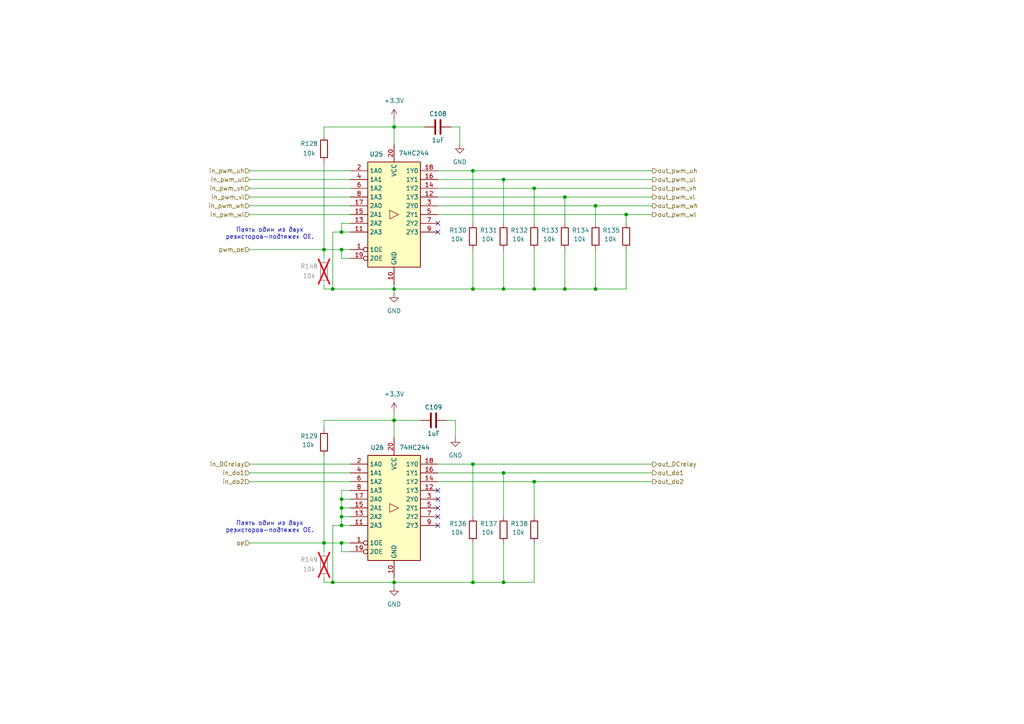
<source format=kicad_sch>
(kicad_sch (version 20231120) (generator "eeschema") (generator_version "8.0")
  (paper "A4")
  (title_block (title "Выходные буферы"))
  (lib_symbols
    (symbol "74xx:74HC244"
      (property "Reference" "U" (at -7.62 16.51 0))
      (property "Value" "74HC244" (at -7.62 -16.51 0))
      (symbol "74HC244_1_0"
        (polyline (pts (xy 1.27 0) (xy -1.27 1.27) (xy -1.27 -1.27) (xy 1.27 0)) (stroke (width 0.1524)))
        (pin input inverted (at -12.7 -10.16 0) (length 5.08) (name "1OE") (number "1"))
        (pin power_in line (at 0 -20.32 90) (length 5.08) (name "GND") (number "10"))
        (pin input line (at -12.7 -5.08 0) (length 5.08) (name "2A3") (number "11"))
        (pin tri_state line (at 12.7 5.08 180) (length 5.08) (name "1Y3") (number "12"))
        (pin input line (at -12.7 -2.54 0) (length 5.08) (name "2A2") (number "13"))
        (pin tri_state line (at 12.7 7.62 180) (length 5.08) (name "1Y2") (number "14"))
        (pin input line (at -12.7 0 0) (length 5.08) (name "2A1") (number "15"))
        (pin tri_state line (at 12.7 10.16 180) (length 5.08) (name "1Y1") (number "16"))
        (pin input line (at -12.7 2.54 0) (length 5.08) (name "2A0") (number "17"))
        (pin tri_state line (at 12.7 12.7 180) (length 5.08) (name "1Y0") (number "18"))
        (pin input inverted (at -12.7 -12.7 0) (length 5.08) (name "2OE") (number "19"))
        (pin input line (at -12.7 12.7 0) (length 5.08) (name "1A0") (number "2"))
        (pin power_in line (at 0 20.32 270) (length 5.08) (name "VCC") (number "20"))
        (pin tri_state line (at 12.7 2.54 180) (length 5.08) (name "2Y0") (number "3"))
        (pin input line (at -12.7 10.16 0) (length 5.08) (name "1A1") (number "4"))
        (pin tri_state line (at 12.7 0 180) (length 5.08) (name "2Y1") (number "5"))
        (pin input line (at -12.7 7.62 0) (length 5.08) (name "1A2") (number "6"))
        (pin tri_state line (at 12.7 -2.54 180) (length 5.08) (name "2Y2") (number "7"))
        (pin input line (at -12.7 5.08 0) (length 5.08) (name "1A3") (number "8"))
        (pin tri_state line (at 12.7 -5.08 180) (length 5.08) (name "2Y3") (number "9"))
      )
      (symbol "74HC244_1_1"
        (rectangle (start -7.62 15.24) (end 7.62 -15.24) (stroke (width 0.254)) (fill (type background)))
      )
    )
    (symbol "Device:C" (pin_numbers hide) (pin_names (offset 0.254))
      (property "Reference" "C" (at 0.635 2.54 0))
      (property "Value" "C" (at 0.635 -2.54 0))
      (symbol "C_0_1"
        (polyline (pts (xy -2.032 -0.762) (xy 2.032 -0.762)) (stroke (width 0.508)))
        (polyline (pts (xy -2.032 0.762) (xy 2.032 0.762)) (stroke (width 0.508)))
      )
      (symbol "C_1_1"
        (pin passive line (at 0 3.81 270) (length 2.794) (name "~") (number "1"))
        (pin passive line (at 0 -3.81 90) (length 2.794) (name "~") (number "2"))
      )
    )
    (symbol "Device:R" (pin_numbers hide) (pin_names (offset 0))
      (property "Reference" "R" (at 2.032 0 90))
      (property "Value" "R" (at 0 0 90))
      (symbol "R_0_1"
        (rectangle (start -1.016 -2.54) (end 1.016 2.54) (stroke (width 0.254)))
      )
      (symbol "R_1_1"
        (pin passive line (at 0 3.81 270) (length 1.27) (name "~") (number "1"))
        (pin passive line (at 0 -3.81 90) (length 1.27) (name "~") (number "2"))
      )
    )
    (symbol "power:+3.3V" (power) (pin_numbers hide) (pin_names (offset 0) hide)
      (property "Value" "+3.3V" (at 0 3.556 0))
      (symbol "+3.3V_0_1"
        (polyline (pts (xy -0.762 1.27) (xy 0 2.54)))
        (polyline (pts (xy 0 0) (xy 0 2.54)))
        (polyline (pts (xy 0 2.54) (xy 0.762 1.27)))
      )
      (symbol "+3.3V_1_1"
        (pin power_in line (at 0 0 90) (length 0) (name "~") (number "1"))
      )
    )
    (symbol "power:GND" (power) (pin_numbers hide) (pin_names (offset 0) hide)
      (property "Value" "GND" (at 0 -3.81 0))
      (symbol "GND_0_1"
        (polyline (pts (xy 0 0) (xy 0 -1.27) (xy 1.27 -1.27) (xy 0 -2.54) (xy -1.27 -1.27) (xy 0 -1.27)))
      )
      (symbol "GND_1_1"
        (pin power_in line (at 0 0 270) (length 0) (name "~") (number "1"))
      )
    )
  )
  (junction (at 146.05 52.07))
  (junction (at 137.16 49.53))
  (junction (at 96.52 83.82))
  (junction (at 154.94 139.7))
  (junction (at 99.06 157.48))
  (junction (at 99.06 67.31))
  (junction (at 154.94 83.82))
  (junction (at 146.05 137.16))
  (junction (at 99.06 147.32))
  (junction (at 172.72 83.82))
  (junction (at 114.3 168.91))
  (junction (at 99.06 144.78))
  (junction (at 146.05 83.82))
  (junction (at 99.06 149.86))
  (junction (at 93.98 72.39))
  (junction (at 137.16 168.91))
  (junction (at 114.3 121.92))
  (junction (at 146.05 168.91))
  (junction (at 172.72 59.69))
  (junction (at 114.3 36.83))
  (junction (at 96.52 168.91))
  (junction (at 163.83 83.82))
  (junction (at 137.16 134.62))
  (junction (at 181.61 62.23))
  (junction (at 163.83 57.15))
  (junction (at 99.06 152.4))
  (junction (at 99.06 72.39))
  (junction (at 137.16 83.82))
  (junction (at 114.3 83.82))
  (junction (at 93.98 157.48))
  (junction (at 154.94 54.61))
  (no_connect (at 127 152.4))
  (no_connect (at 127 142.24))
  (no_connect (at 127 149.86))
  (no_connect (at 127 147.32))
  (no_connect (at 127 64.77))
  (no_connect (at 127 67.31))
  (no_connect (at 127 144.78))
  (wire (pts (xy 99.06 149.86) (xy 101.6 149.86)))
  (wire (pts (xy 72.39 62.23) (xy 101.6 62.23)))
  (wire (pts (xy 99.06 142.24) (xy 99.06 144.78)))
  (wire (pts (xy 99.06 67.31) (xy 101.6 67.31)))
  (wire (pts (xy 99.06 152.4) (xy 96.52 152.4)))
  (wire (pts (xy 72.39 59.69) (xy 101.6 59.69)))
  (wire (pts (xy 93.98 124.46) (xy 93.98 121.92)))
  (wire (pts (xy 154.94 72.39) (xy 154.94 83.82)))
  (wire (pts (xy 172.72 59.69) (xy 189.23 59.69)))
  (wire (pts (xy 99.06 160.02) (xy 101.6 160.02)))
  (wire (pts (xy 96.52 168.91) (xy 114.3 168.91)))
  (wire (pts (xy 137.16 168.91) (xy 146.05 168.91)))
  (wire (pts (xy 99.06 64.77) (xy 99.06 67.31)))
  (wire (pts (xy 96.52 83.82) (xy 114.3 83.82)))
  (wire (pts (xy 127 134.62) (xy 137.16 134.62)))
  (wire (pts (xy 154.94 139.7) (xy 154.94 149.86)))
  (wire (pts (xy 127 137.16) (xy 146.05 137.16)))
  (wire (pts (xy 137.16 72.39) (xy 137.16 83.82)))
  (wire (pts (xy 137.16 134.62) (xy 189.23 134.62)))
  (wire (pts (xy 146.05 52.07) (xy 146.05 64.77)))
  (wire (pts (xy 99.06 74.93) (xy 101.6 74.93)))
  (wire (pts (xy 72.39 49.53) (xy 101.6 49.53)))
  (wire (pts (xy 101.6 142.24) (xy 99.06 142.24)))
  (wire (pts (xy 93.98 157.48) (xy 99.06 157.48)))
  (wire (pts (xy 96.52 152.4) (xy 96.52 168.91)))
  (wire (pts (xy 127 54.61) (xy 154.94 54.61)))
  (wire (pts (xy 93.98 82.55) (xy 93.98 83.82)))
  (wire (pts (xy 163.83 83.82) (xy 172.72 83.82)))
  (wire (pts (xy 127 62.23) (xy 181.61 62.23)))
  (wire (pts (xy 137.16 49.53) (xy 137.16 64.77)))
  (wire (pts (xy 101.6 72.39) (xy 99.06 72.39)))
  (wire (pts (xy 72.39 54.61) (xy 101.6 54.61)))
  (wire (pts (xy 93.98 83.82) (xy 96.52 83.82)))
  (wire (pts (xy 137.16 157.48) (xy 137.16 168.91)))
  (wire (pts (xy 93.98 72.39) (xy 93.98 74.93)))
  (wire (pts (xy 72.39 72.39) (xy 93.98 72.39)))
  (wire (pts (xy 114.3 167.64) (xy 114.3 168.91)))
  (wire (pts (xy 93.98 167.64) (xy 93.98 168.91)))
  (wire (pts (xy 99.06 72.39) (xy 99.06 74.93)))
  (wire (pts (xy 114.3 34.29) (xy 114.3 36.83)))
  (wire (pts (xy 146.05 157.48) (xy 146.05 168.91)))
  (wire (pts (xy 163.83 57.15) (xy 163.83 64.77)))
  (wire (pts (xy 72.39 134.62) (xy 101.6 134.62)))
  (wire (pts (xy 154.94 83.82) (xy 163.83 83.82)))
  (wire (pts (xy 99.06 157.48) (xy 99.06 160.02)))
  (wire (pts (xy 101.6 157.48) (xy 99.06 157.48)))
  (wire (pts (xy 99.06 144.78) (xy 101.6 144.78)))
  (wire (pts (xy 96.52 67.31) (xy 96.52 83.82)))
  (wire (pts (xy 181.61 72.39) (xy 181.61 83.82)))
  (wire (pts (xy 137.16 134.62) (xy 137.16 149.86)))
  (wire (pts (xy 93.98 46.99) (xy 93.98 72.39)))
  (wire (pts (xy 99.06 67.31) (xy 96.52 67.31)))
  (wire (pts (xy 114.3 168.91) (xy 114.3 170.18)))
  (wire (pts (xy 132.08 121.92) (xy 132.08 127)))
  (wire (pts (xy 114.3 83.82) (xy 137.16 83.82)))
  (wire (pts (xy 146.05 137.16) (xy 189.23 137.16)))
  (wire (pts (xy 99.06 144.78) (xy 99.06 147.32)))
  (wire (pts (xy 163.83 57.15) (xy 189.23 57.15)))
  (wire (pts (xy 114.3 168.91) (xy 137.16 168.91)))
  (wire (pts (xy 93.98 157.48) (xy 93.98 160.02)))
  (wire (pts (xy 72.39 57.15) (xy 101.6 57.15)))
  (wire (pts (xy 146.05 137.16) (xy 146.05 149.86)))
  (wire (pts (xy 127 49.53) (xy 137.16 49.53)))
  (wire (pts (xy 146.05 168.91) (xy 154.94 168.91)))
  (wire (pts (xy 93.98 72.39) (xy 99.06 72.39)))
  (wire (pts (xy 172.72 72.39) (xy 172.72 83.82)))
  (wire (pts (xy 93.98 121.92) (xy 114.3 121.92)))
  (wire (pts (xy 72.39 137.16) (xy 101.6 137.16)))
  (wire (pts (xy 133.35 36.83) (xy 133.35 41.91)))
  (wire (pts (xy 181.61 62.23) (xy 189.23 62.23)))
  (wire (pts (xy 127 52.07) (xy 146.05 52.07)))
  (wire (pts (xy 114.3 121.92) (xy 114.3 127)))
  (wire (pts (xy 172.72 83.82) (xy 181.61 83.82)))
  (wire (pts (xy 93.98 36.83) (xy 114.3 36.83)))
  (wire (pts (xy 129.54 121.92) (xy 132.08 121.92)))
  (wire (pts (xy 127 59.69) (xy 172.72 59.69)))
  (wire (pts (xy 137.16 49.53) (xy 189.23 49.53)))
  (wire (pts (xy 114.3 119.38) (xy 114.3 121.92)))
  (wire (pts (xy 114.3 83.82) (xy 114.3 85.09)))
  (wire (pts (xy 154.94 139.7) (xy 189.23 139.7)))
  (wire (pts (xy 114.3 82.55) (xy 114.3 83.82)))
  (wire (pts (xy 154.94 157.48) (xy 154.94 168.91)))
  (wire (pts (xy 181.61 62.23) (xy 181.61 64.77)))
  (wire (pts (xy 72.39 52.07) (xy 101.6 52.07)))
  (wire (pts (xy 146.05 83.82) (xy 154.94 83.82)))
  (wire (pts (xy 127 139.7) (xy 154.94 139.7)))
  (wire (pts (xy 93.98 39.37) (xy 93.98 36.83)))
  (wire (pts (xy 114.3 36.83) (xy 123.19 36.83)))
  (wire (pts (xy 101.6 64.77) (xy 99.06 64.77)))
  (wire (pts (xy 137.16 83.82) (xy 146.05 83.82)))
  (wire (pts (xy 93.98 132.08) (xy 93.98 157.48)))
  (wire (pts (xy 154.94 54.61) (xy 189.23 54.61)))
  (wire (pts (xy 172.72 59.69) (xy 172.72 64.77)))
  (wire (pts (xy 72.39 139.7) (xy 101.6 139.7)))
  (wire (pts (xy 72.39 157.48) (xy 93.98 157.48)))
  (wire (pts (xy 146.05 52.07) (xy 189.23 52.07)))
  (wire (pts (xy 99.06 147.32) (xy 101.6 147.32)))
  (wire (pts (xy 146.05 72.39) (xy 146.05 83.82)))
  (wire (pts (xy 114.3 121.92) (xy 121.92 121.92)))
  (wire (pts (xy 130.81 36.83) (xy 133.35 36.83)))
  (wire (pts (xy 114.3 36.83) (xy 114.3 41.91)))
  (wire (pts (xy 99.06 149.86) (xy 99.06 152.4)))
  (wire (pts (xy 154.94 54.61) (xy 154.94 64.77)))
  (wire (pts (xy 127 57.15) (xy 163.83 57.15)))
  (wire (pts (xy 163.83 72.39) (xy 163.83 83.82)))
  (wire (pts (xy 99.06 152.4) (xy 101.6 152.4)))
  (wire (pts (xy 99.06 147.32) (xy 99.06 149.86)))
  (wire (pts (xy 93.98 168.91) (xy 96.52 168.91)))
  (text "Паять один из двух\nрезисторов-подтяжек OE." (at 78.232 67.818 0) (effects (font (size 1.27 1.27))))
  (text "Паять один из двух\nрезисторов-подтяжек OE." (at 78.232 152.908 0) (effects (font (size 1.27 1.27))))
  (hierarchical_label "out_do2" (shape output) (at 189.23 139.7 0))
  (hierarchical_label "out_pwm_uh" (shape output) (at 189.23 49.53 0))
  (hierarchical_label "out_pwm_wl" (shape output) (at 189.23 62.23 0))
  (hierarchical_label "out_pwm_vl" (shape output) (at 189.23 57.15 0))
  (hierarchical_label "out_pwm_vh" (shape output) (at 189.23 54.61 0))
  (hierarchical_label "in_do1" (shape input) (at 72.39 137.16 180))
  (hierarchical_label "in_do2" (shape input) (at 72.39 139.7 180))
  (hierarchical_label "pwm_oe" (shape input) (at 72.39 72.39 180))
  (hierarchical_label "out_do1" (shape output) (at 189.23 137.16 0))
  (hierarchical_label "in_pwm_wh" (shape input) (at 72.39 59.69 180))
  (hierarchical_label "in_pwm_ul" (shape input) (at 72.39 52.07 180))
  (hierarchical_label "oe" (shape input) (at 72.39 157.48 180))
  (hierarchical_label "in_pwm_wl" (shape input) (at 72.39 62.23 180))
  (hierarchical_label "out_pwm_wh" (shape output) (at 189.23 59.69 0))
  (hierarchical_label "in_pwm_vl" (shape input) (at 72.39 57.15 180))
  (hierarchical_label "in_pwm_uh" (shape input) (at 72.39 49.53 180))
  (hierarchical_label "in_DCrelay" (shape input) (at 72.39 134.62 180))
  (hierarchical_label "out_pwm_ul" (shape output) (at 189.23 52.07 0))
  (hierarchical_label "in_pwm_vh" (shape input) (at 72.39 54.61 180))
  (hierarchical_label "out_DCrelay" (shape output) (at 189.23 134.62 0))
  (symbol (lib_id "Device:R") (at 93.98 78.74 0) (mirror y) (unit 1) (dnp yes)
    (property "Reference" "R148" (at 89.662 77.216 0))
    (property "Value" "10k" (at 89.662 80.01 0))
    (property "Footprint" "Resistor_SMD:R_0805_2012Metric" (effects (hide yes)))
    (property "Description" "Resistor" (effects (hide yes)))
  )
  (symbol (lib_id "74xx:74HC244") (at 114.3 147.32 0) (unit 1)
    (property "Reference" "U26" (at 107.442 129.794 0) (effects (justify left)))
    (property "Value" "74HC244" (at 115.824 129.794 0) (effects (justify left)))
    (property "Footprint" "Package_SO:SOIC-20W_7.5x12.8mm_P1.27mm" (effects (hide yes)))
    (property "Datasheet" "https://assets.nexperia.com/documents/data-sheet/74HC_HCT244.pdf" (effects (hide yes)))
    (property "Description" "8-bit Buffer/Line Driver 3-state" (effects (hide yes)))
  )
  (symbol (lib_id "power:GND") (at 133.35 41.91 0) (unit 1)
    (property "Reference" "#PWR0142" (effects (hide yes)))
    (property "Value" "GND" (at 133.35 46.99 0))
    (property "Description" "Power symbol creates a global label with name \"GND\" , ground" (effects (hide yes)))
  )
  (symbol (lib_id "Device:R") (at 93.98 128.27 0) (mirror y) (unit 1)
    (property "Reference" "R129" (at 89.662 126.492 0))
    (property "Value" "10k" (at 89.408 129.032 0))
    (property "Footprint" "Resistor_SMD:R_0805_2012Metric" (effects (hide yes)))
    (property "Description" "Resistor" (effects (hide yes)))
  )
  (symbol (lib_id "power:GND") (at 132.08 127 0) (unit 1)
    (property "Reference" "#PWR0138" (effects (hide yes)))
    (property "Value" "GND" (at 132.08 132.08 0))
    (property "Description" "Power symbol creates a global label with name \"GND\" , ground" (effects (hide yes)))
  )
  (symbol (lib_id "Device:R") (at 137.16 68.58 0) (mirror y) (unit 1)
    (property "Reference" "R130" (at 132.842 66.802 0))
    (property "Value" "10k" (at 132.588 69.342 0))
    (property "Footprint" "Resistor_SMD:R_0805_2012Metric" (effects (hide yes)))
    (property "Description" "Resistor" (effects (hide yes)))
  )
  (symbol (lib_id "Device:R") (at 137.16 153.67 0) (mirror y) (unit 1)
    (property "Reference" "R136" (at 132.842 151.892 0))
    (property "Value" "10k" (at 132.588 154.432 0))
    (property "Footprint" "Resistor_SMD:R_0805_2012Metric" (effects (hide yes)))
    (property "Description" "Resistor" (effects (hide yes)))
  )
  (symbol (lib_id "Device:R") (at 172.72 68.58 0) (mirror y) (unit 1)
    (property "Reference" "R134" (at 168.402 66.802 0))
    (property "Value" "10k" (at 168.148 69.342 0))
    (property "Footprint" "Resistor_SMD:R_0805_2012Metric" (effects (hide yes)))
    (property "Description" "Resistor" (effects (hide yes)))
  )
  (symbol (lib_id "power:GND") (at 114.3 170.18 0) (unit 1)
    (property "Reference" "#PWR0139" (effects (hide yes)))
    (property "Value" "GND" (at 114.3 175.26 0))
    (property "Description" "Power symbol creates a global label with name \"GND\" , ground" (effects (hide yes)))
  )
  (symbol (lib_id "Device:C") (at 125.73 121.92 270) (unit 1)
    (property "Reference" "C109" (at 123.19 118.11 90) (effects (justify left)))
    (property "Value" "1uF" (at 123.952 125.73 90) (effects (justify left)))
    (property "Footprint" "Capacitor_SMD:C_0805_2012Metric" (effects (hide yes)))
    (property "Description" "Unpolarized capacitor" (effects (hide yes)))
  )
  (symbol (lib_id "Device:R") (at 181.61 68.58 0) (mirror y) (unit 1)
    (property "Reference" "R135" (at 177.292 66.802 0))
    (property "Value" "10k" (at 177.038 69.342 0))
    (property "Footprint" "Resistor_SMD:R_0805_2012Metric" (effects (hide yes)))
    (property "Description" "Resistor" (effects (hide yes)))
  )
  (symbol (lib_id "Device:R") (at 146.05 68.58 0) (mirror y) (unit 1)
    (property "Reference" "R131" (at 141.732 66.802 0))
    (property "Value" "10k" (at 141.478 69.342 0))
    (property "Footprint" "Resistor_SMD:R_0805_2012Metric" (effects (hide yes)))
    (property "Description" "Resistor" (effects (hide yes)))
  )
  (symbol (lib_id "74xx:74HC244") (at 114.3 62.23 0) (unit 1)
    (property "Reference" "U25" (at 107.188 44.704 0) (effects (justify left)))
    (property "Value" "74HC244" (at 115.57 44.45 0) (effects (justify left)))
    (property "Footprint" "Package_SO:SOIC-20W_7.5x12.8mm_P1.27mm" (effects (hide yes)))
    (property "Datasheet" "https://assets.nexperia.com/documents/data-sheet/74HC_HCT244.pdf" (effects (hide yes)))
    (property "Description" "8-bit Buffer/Line Driver 3-state" (effects (hide yes)))
  )
  (symbol (lib_id "Device:R") (at 154.94 153.67 0) (mirror y) (unit 1)
    (property "Reference" "R138" (at 150.622 151.892 0))
    (property "Value" "10k" (at 150.368 154.432 0))
    (property "Footprint" "Resistor_SMD:R_0805_2012Metric" (effects (hide yes)))
    (property "Description" "Resistor" (effects (hide yes)))
  )
  (symbol (lib_id "Device:C") (at 127 36.83 270) (unit 1)
    (property "Reference" "C108" (at 124.46 33.02 90) (effects (justify left)))
    (property "Value" "1uF" (at 125.222 40.64 90) (effects (justify left)))
    (property "Footprint" "Capacitor_SMD:C_0805_2012Metric" (effects (hide yes)))
    (property "Description" "Unpolarized capacitor" (effects (hide yes)))
  )
  (symbol (lib_id "Device:R") (at 93.98 163.83 0) (mirror y) (unit 1) (dnp yes)
    (property "Reference" "R149" (at 89.662 162.306 0))
    (property "Value" "10k" (at 89.662 165.1 0))
    (property "Footprint" "Resistor_SMD:R_0805_2012Metric" (effects (hide yes)))
    (property "Description" "Resistor" (effects (hide yes)))
  )
  (symbol (lib_id "power:+3.3V") (at 114.3 34.29 0) (unit 1)
    (property "Reference" "#PWR0141" (effects (hide yes)))
    (property "Value" "+3.3V" (at 114.3 29.21 0))
    (property "Description" "Power symbol creates a global label with name \"+3.3V\"" (effects (hide yes)))
  )
  (symbol (lib_id "power:GND") (at 114.3 85.09 0) (unit 1)
    (property "Reference" "#PWR0137" (effects (hide yes)))
    (property "Value" "GND" (at 114.3 90.17 0))
    (property "Description" "Power symbol creates a global label with name \"GND\" , ground" (effects (hide yes)))
  )
  (symbol (lib_id "Device:R") (at 146.05 153.67 0) (mirror y) (unit 1)
    (property "Reference" "R137" (at 141.732 151.892 0))
    (property "Value" "10k" (at 141.478 154.432 0))
    (property "Footprint" "Resistor_SMD:R_0805_2012Metric" (effects (hide yes)))
    (property "Description" "Resistor" (effects (hide yes)))
  )
  (symbol (lib_id "power:+3.3V") (at 114.3 119.38 0) (unit 1)
    (property "Reference" "#PWR0140" (effects (hide yes)))
    (property "Value" "+3.3V" (at 114.3 114.3 0))
    (property "Description" "Power symbol creates a global label with name \"+3.3V\"" (effects (hide yes)))
  )
  (symbol (lib_id "Device:R") (at 93.98 43.18 0) (mirror y) (unit 1)
    (property "Reference" "R128" (at 89.662 41.656 0))
    (property "Value" "10k" (at 89.662 44.45 0))
    (property "Footprint" "Resistor_SMD:R_0805_2012Metric" (effects (hide yes)))
    (property "Description" "Resistor" (effects (hide yes)))
  )
  (symbol (lib_id "Device:R") (at 154.94 68.58 0) (mirror y) (unit 1)
    (property "Reference" "R132" (at 150.622 66.802 0))
    (property "Value" "10k" (at 150.368 69.342 0))
    (property "Footprint" "Resistor_SMD:R_0805_2012Metric" (effects (hide yes)))
    (property "Description" "Resistor" (effects (hide yes)))
  )
  (symbol (lib_id "Device:R") (at 163.83 68.58 0) (mirror y) (unit 1)
    (property "Reference" "R133" (at 159.512 66.802 0))
    (property "Value" "10k" (at 159.258 69.342 0))
    (property "Footprint" "Resistor_SMD:R_0805_2012Metric" (effects (hide yes)))
    (property "Description" "Resistor" (effects (hide yes)))
  )
)
</source>
